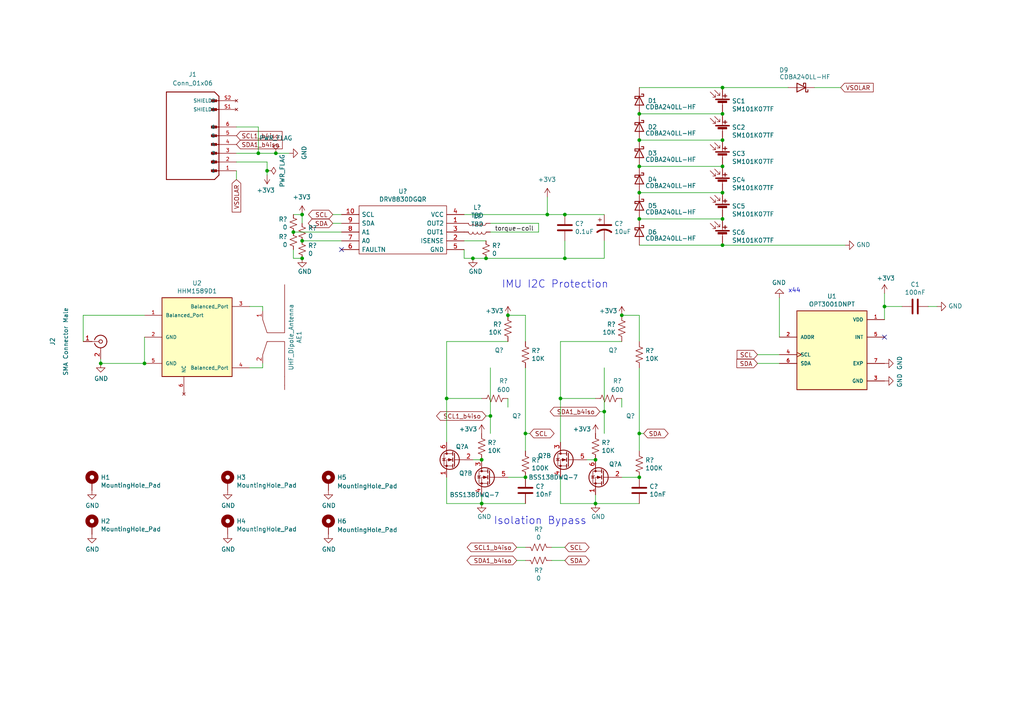
<source format=kicad_sch>
(kicad_sch (version 20211123) (generator eeschema)
  (paper "A4")
  (lib_symbols
    (symbol "Connector:Conn_Coaxial" (pin_names (offset 1.016) hide)
      (property "Reference" "J" (at 0.254 3.048 0))
      (property "Value" "Connector_Conn_Coaxial" (at 2.921 0 90))
      (symbol "Conn_Coaxial_0_1"
        (arc (start -1.778 -0.508) (mid 0.222 -1.808) (end 1.778 0) (stroke (width 0.254)))
        (polyline (pts (xy -2.54 0) (xy -0.508 0)))
        (polyline (pts (xy 0 -2.54) (xy 0 -1.778)))
        (circle (center 0 0) (radius 0.508) (stroke (width 0.2032)))
        (arc (start 1.778 0) (mid 0.2221 1.8083) (end -1.778 0.508) (stroke (width 0.254)))
      )
      (symbol "Conn_Coaxial_1_1"
        (pin passive line (at -5.08 0 0) (length 2.54) (name "In") (number "1"))
        (pin passive line (at 0 -5.08 90) (length 2.54) (name "Ext") (number "2"))
      )
    )
    (symbol "Device:C" (pin_numbers hide) (pin_names (offset 0.254))
      (property "Reference" "C" (at 0.635 2.54 0))
      (property "Value" "Device_C" (at 0.635 -2.54 0))
      (symbol "C_0_1"
        (polyline (pts (xy -2.032 -0.762) (xy 2.032 -0.762)) (stroke (width 0.508)))
        (polyline (pts (xy -2.032 0.762) (xy 2.032 0.762)) (stroke (width 0.508)))
      )
      (symbol "C_1_1"
        (pin passive line (at 0 3.81 270) (length 2.794) (name "~") (number "1"))
        (pin passive line (at 0 -3.81 90) (length 2.794) (name "~") (number "2"))
      )
    )
    (symbol "Device:CP1" (pin_numbers hide) (pin_names (offset 0.254) hide)
      (property "Reference" "C" (at 0.635 2.54 0))
      (property "Value" "Device_CP1" (at 0.635 -2.54 0))
      (symbol "CP1_0_1"
        (polyline (pts (xy -2.032 0.762) (xy 2.032 0.762)) (stroke (width 0.508)))
        (polyline (pts (xy -1.778 2.286) (xy -0.762 2.286)))
        (polyline (pts (xy -1.27 1.778) (xy -1.27 2.794)))
        (arc (start 2.032 -1.27) (mid 0 -0.5572) (end -2.032 -1.27) (stroke (width 0.508)))
      )
      (symbol "CP1_1_1"
        (pin passive line (at 0 3.81 270) (length 2.794) (name "~") (number "1"))
        (pin passive line (at 0 -3.81 90) (length 3.302) (name "~") (number "2"))
      )
    )
    (symbol "Device:D_Schottky" (pin_numbers hide) (pin_names (offset 1.016) hide)
      (property "Reference" "D" (at 0 2.54 0))
      (property "Value" "Device_D_Schottky" (at 0 -2.54 0))
      (symbol "D_Schottky_0_1"
        (polyline (pts (xy 1.27 0) (xy -1.27 0)))
        (polyline (pts (xy 1.27 1.27) (xy 1.27 -1.27) (xy -1.27 0) (xy 1.27 1.27)) (stroke (width 0.254)))
        (polyline (pts (xy -1.905 0.635) (xy -1.905 1.27) (xy -1.27 1.27) (xy -1.27 -1.27) (xy -0.635 -1.27) (xy -0.635 -0.635)) (stroke (width 0.254)))
      )
      (symbol "D_Schottky_1_1"
        (pin passive line (at -3.81 0 0) (length 2.54) (name "K") (number "1"))
        (pin passive line (at 3.81 0 180) (length 2.54) (name "A") (number "2"))
      )
    )
    (symbol "Device:L" (pin_numbers hide) (pin_names (offset 1.016) hide)
      (property "Reference" "L" (at -1.27 0 90))
      (property "Value" "L" (at 1.905 0 90))
      (symbol "L_0_1"
        (arc (start 0 -2.54) (mid 0.635 -1.905) (end 0 -1.27))
        (arc (start 0 -1.27) (mid 0.635 -0.635) (end 0 0))
        (arc (start 0 0) (mid 0.635 0.635) (end 0 1.27))
        (arc (start 0 1.27) (mid 0.635 1.905) (end 0 2.54))
      )
      (symbol "L_1_1"
        (pin passive line (at 0 3.81 270) (length 1.27) (name "1") (number "1"))
        (pin passive line (at 0 -3.81 90) (length 1.27) (name "2") (number "2"))
      )
    )
    (symbol "Device:R_Small_US" (pin_numbers hide) (pin_names (offset 0.254) hide)
      (property "Reference" "R" (at 0.762 0.508 0))
      (property "Value" "R_Small_US" (at 0.762 -1.016 0))
      (symbol "R_Small_US_1_1"
        (polyline (pts (xy 0 0) (xy 1.016 -0.381) (xy 0 -0.762) (xy -1.016 -1.143) (xy 0 -1.524)))
        (polyline (pts (xy 0 1.524) (xy 1.016 1.143) (xy 0 0.762) (xy -1.016 0.381) (xy 0 0)))
        (pin passive line (at 0 2.54 270) (length 1.016) (name "~") (number "1"))
        (pin passive line (at 0 -2.54 90) (length 1.016) (name "~") (number "2"))
      )
    )
    (symbol "Device:R_US" (pin_numbers hide) (pin_names (offset 0))
      (property "Reference" "R" (at 2.54 0 90))
      (property "Value" "Device_R_US" (at -2.54 0 90))
      (symbol "R_US_0_1"
        (polyline (pts (xy 0 -2.286) (xy 0 -2.54)))
        (polyline (pts (xy 0 2.286) (xy 0 2.54)))
        (polyline (pts (xy 0 -0.762) (xy 1.016 -1.143) (xy 0 -1.524) (xy -1.016 -1.905) (xy 0 -2.286)))
        (polyline (pts (xy 0 0.762) (xy 1.016 0.381) (xy 0 0) (xy -1.016 -0.381) (xy 0 -0.762)))
        (polyline (pts (xy 0 2.286) (xy 1.016 1.905) (xy 0 1.524) (xy -1.016 1.143) (xy 0 0.762)))
      )
      (symbol "R_US_1_1"
        (pin passive line (at 0 3.81 270) (length 1.27) (name "~") (number "1"))
        (pin passive line (at 0 -3.81 90) (length 1.27) (name "~") (number "2"))
      )
    )
    (symbol "Device:Solar_Cell" (pin_numbers hide) (pin_names (offset 0) hide)
      (property "Reference" "SC" (at 2.54 2.54 0))
      (property "Value" "Device_Solar_Cell" (at 2.54 0 0))
      (symbol "Solar_Cell_0_1"
        (rectangle (start -2.032 1.778) (end 2.032 1.524) (fill (type outline)))
        (rectangle (start -1.3208 1.1938) (end 1.27 0.6858) (fill (type outline)))
        (polyline (pts (xy -2.032 2.286) (xy -3.556 3.81)))
        (polyline (pts (xy -0.762 2.794) (xy -2.286 4.318)))
        (polyline (pts (xy 0 0.762) (xy 0 0)))
        (polyline (pts (xy 0 1.778) (xy 0 2.54)))
        (polyline (pts (xy 0.254 2.667) (xy 1.27 2.667)) (stroke (width 0.254)))
        (polyline (pts (xy 0.762 3.175) (xy 0.762 2.159)) (stroke (width 0.254)))
        (polyline (pts (xy -2.032 3.048) (xy -2.032 2.286) (xy -2.794 2.286)))
        (polyline (pts (xy -0.762 3.556) (xy -0.762 2.794) (xy -1.524 2.794)))
      )
      (symbol "Solar_Cell_1_1"
        (pin passive line (at 0 5.08 270) (length 2.54) (name "+") (number "1"))
        (pin passive line (at 0 -2.54 90) (length 2.54) (name "-") (number "2"))
      )
    )
    (symbol "Mechanical:MountingHole_Pad" (pin_numbers hide) (pin_names (offset 1.016) hide)
      (property "Reference" "H" (at 0 6.35 0))
      (property "Value" "Mechanical_MountingHole_Pad" (at 0 4.445 0))
      (symbol "MountingHole_Pad_0_1"
        (circle (center 0 1.27) (radius 1.27) (stroke (width 1.27)))
      )
      (symbol "MountingHole_Pad_1_1"
        (pin input line (at 0 -2.54 90) (length 2.54) (name "1") (number "1"))
      )
    )
    (symbol "power:+3.3V" (power) (pin_names (offset 0))
      (property "Value" "power_+3.3V" (at 0 3.556 0))
      (symbol "+3.3V_0_1"
        (polyline (pts (xy -0.762 1.27) (xy 0 2.54)))
        (polyline (pts (xy 0 0) (xy 0 2.54)))
        (polyline (pts (xy 0 2.54) (xy 0.762 1.27)))
      )
      (symbol "+3.3V_1_1"
        (pin power_in line (at 0 0 90) (length 0) hide (name "+3V3") (number "1"))
      )
    )
    (symbol "power:GND" (power) (pin_names (offset 0))
      (property "Value" "power_GND" (at 0 -3.81 0))
      (symbol "GND_0_1"
        (polyline (pts (xy 0 0) (xy 0 -1.27) (xy 1.27 -1.27) (xy 0 -2.54) (xy -1.27 -1.27) (xy 0 -1.27)))
      )
      (symbol "GND_1_1"
        (pin power_in line (at 0 0 270) (length 0) hide (name "GND") (number "1"))
      )
    )
    (symbol "power:PWR_FLAG" (power) (pin_numbers hide) (pin_names (offset 0) hide)
      (property "Value" "power_PWR_FLAG" (at 0 3.81 0))
      (symbol "PWR_FLAG_0_0"
        (pin power_out line (at 0 0 90) (length 0) (name "pwr") (number "1"))
      )
      (symbol "PWR_FLAG_0_1"
        (polyline (pts (xy 0 0) (xy 0 1.27) (xy -1.016 1.905) (xy 0 2.54) (xy 1.016 1.905) (xy 0 1.27)))
      )
    )
    (symbol "sapling:2053380006" (pin_names (offset 1.016))
      (property "Reference" "J" (at -7.62 13.97 0))
      (property "Value" "sapling_2053380006" (at -7.62 -15.24 0))
      (symbol "2053380006_0_0"
        (rectangle (start -6.985 -10.4648) (end -5.3848 -9.8298) (fill (type outline)))
        (rectangle (start -6.985 -7.9248) (end -5.3848 -7.2898) (fill (type outline)))
        (rectangle (start -6.985 -2.8448) (end -5.3848 -2.2098) (fill (type outline)))
        (rectangle (start -6.985 -0.3048) (end -5.3848 0.3048) (fill (type outline)))
        (rectangle (start -6.985 2.2098) (end -5.3848 2.8448) (fill (type outline)))
        (rectangle (start -6.985 4.7498) (end -5.3848 5.3848) (fill (type outline)))
        (rectangle (start -6.985 7.2898) (end -5.3848 7.9248) (fill (type outline)))
        (rectangle (start -6.985 9.8298) (end -5.3848 10.4648) (fill (type outline)))
        (polyline (pts (xy -7.62 -11.43) (xy -6.35 -12.7)) (stroke (width 0.254)))
        (polyline (pts (xy -7.62 -10.16) (xy -5.715 -10.16)) (stroke (width 0.254)))
        (polyline (pts (xy -7.62 -7.62) (xy -5.715 -7.62)) (stroke (width 0.254)))
        (polyline (pts (xy -7.62 -2.54) (xy -7.62 -11.43)) (stroke (width 0.254)))
        (polyline (pts (xy -7.62 -2.54) (xy -5.715 -2.54)) (stroke (width 0.254)))
        (polyline (pts (xy -7.62 0) (xy -7.62 -2.54)) (stroke (width 0.254)))
        (polyline (pts (xy -7.62 0) (xy -5.715 0)) (stroke (width 0.254)))
        (polyline (pts (xy -7.62 2.54) (xy -7.62 0)) (stroke (width 0.254)))
        (polyline (pts (xy -7.62 2.54) (xy -5.715 2.54)) (stroke (width 0.254)))
        (polyline (pts (xy -7.62 5.08) (xy -7.62 2.54)) (stroke (width 0.254)))
        (polyline (pts (xy -7.62 5.08) (xy -5.715 5.08)) (stroke (width 0.254)))
        (polyline (pts (xy -7.62 7.62) (xy -5.715 7.62)) (stroke (width 0.254)))
        (polyline (pts (xy -7.62 10.16) (xy -5.715 10.16)) (stroke (width 0.254)))
        (polyline (pts (xy -7.62 11.43) (xy -7.62 5.08)) (stroke (width 0.254)))
        (polyline (pts (xy -7.62 11.43) (xy -6.35 12.7)) (stroke (width 0.254)))
        (polyline (pts (xy -6.35 -12.7) (xy 7.62 -12.7)) (stroke (width 0.254)))
        (polyline (pts (xy 7.62 -12.7) (xy 7.62 12.7)) (stroke (width 0.254)))
        (polyline (pts (xy 7.62 12.7) (xy -6.35 12.7)) (stroke (width 0.254)))
        (pin passive line (at -12.7 10.16 0) (length 5.08) (name "1") (number "1"))
        (pin passive line (at -12.7 7.62 0) (length 5.08) (name "2") (number "2"))
        (pin passive line (at -12.7 5.08 0) (length 5.08) (name "3") (number "3"))
        (pin passive line (at -12.7 2.54 0) (length 5.08) (name "4") (number "4"))
        (pin passive line (at -12.7 0 0) (length 5.08) (name "5") (number "5"))
        (pin passive line (at -12.7 -2.54 0) (length 5.08) (name "6") (number "6"))
        (pin no_connect line (at -12.7 -7.62 0) (length 5.08) (name "SHIELD1") (number "S1"))
        (pin no_connect line (at -12.7 -10.16 0) (length 5.08) (name "SHIELD2") (number "S2"))
      )
    )
    (symbol "sapling:HHM1589D1" (pin_names (offset 1.016))
      (property "Reference" "U" (at 0 0 0))
      (property "Value" "sapling_HHM1589D1" (at 0 2.54 0))
      (symbol "HHM1589D1_1_1"
        (rectangle (start -10.16 -25.4) (end 10.16 -2.54) (stroke (width 0.254)) (fill (type background)))
        (pin bidirectional line (at -15.24 -7.62 0) (length 5.08) (name "Balanced_Port") (number "1"))
        (pin power_in line (at -15.24 -13.97 0) (length 5.08) (name "GND") (number "2"))
        (pin bidirectional line (at 15.24 -5.08 180) (length 5.08) (name "Balanced_Port") (number "3"))
        (pin bidirectional line (at 15.24 -22.86 180) (length 5.08) (name "Balanced_Port") (number "4"))
        (pin power_in line (at -15.24 -21.59 0) (length 5.08) (name "GND") (number "5"))
        (pin no_connect line (at -3.81 -30.48 90) (length 5.08) (name "NC") (number "6"))
      )
    )
    (symbol "sapling:OPT3001DNPT" (pin_names (offset 1.016))
      (property "Reference" "U" (at -10.16 13.97 0))
      (property "Value" "sapling_OPT3001DNPT" (at -6.35 -12.7 0))
      (symbol "OPT3001DNPT_0_0"
        (rectangle (start -10.16 -10.16) (end 10.16 12.7) (stroke (width 0.254)) (fill (type background)))
        (pin power_in line (at 15.24 10.16 180) (length 5.08) (name "VDD") (number "1"))
        (pin input line (at -15.24 5.08 0) (length 5.08) (name "ADDR") (number "2"))
        (pin power_in line (at 15.24 -7.62 180) (length 5.08) (name "GND") (number "3"))
        (pin input clock (at -15.24 0 0) (length 5.08) (name "SCL") (number "4"))
        (pin output line (at 15.24 5.08 180) (length 5.08) (name "INT") (number "5"))
        (pin bidirectional line (at -15.24 -2.54 0) (length 5.08) (name "SDA") (number "6"))
        (pin passive line (at 15.24 -2.54 180) (length 5.08) (name "EXP") (number "7"))
      )
    )
    (symbol "sapling:UHF_Dipole_Antenna" (pin_names (offset 1.016))
      (property "Reference" "AE" (at 0 2.54 0))
      (property "Value" "sapling_UHF_Dipole_Antenna" (at 0 5.08 0))
      (symbol "UHF_Dipole_Antenna_0_1"
        (polyline (pts (xy 1.27 -3.81) (xy 5.08 -5.08)))
        (polyline (pts (xy 11.43 1.27) (xy 13.97 1.27)))
        (polyline (pts (xy 13.97 1.27) (xy 15.24 1.27)))
        (polyline (pts (xy 1.27 -3.81) (xy 1.27 1.27) (xy 11.43 1.27)))
        (polyline (pts (xy -15.24 1.27) (xy -1.27 1.27) (xy -1.27 -3.81) (xy -5.08 -5.08)))
      )
      (symbol "UHF_Dipole_Antenna_1_1"
        (pin passive line (at -7.62 -5.08 0) (length 2.54) (name "~") (number "1"))
        (pin passive line (at 7.62 -5.08 180) (length 2.54) (name "~") (number "2"))
      )
    )
    (symbol "symbols:BSS138DWQ-7" (pin_names (offset 0.762) hide)
      (property "Reference" "Q" (at -2.54 5.08 0))
      (property "Value" "symbols_BSS138DWQ-7" (at 3.81 6.35 0))
      (symbol "BSS138DWQ-7_1_1"
        (polyline (pts (xy -1.016 0) (xy -3.81 0)))
        (polyline (pts (xy -1.016 1.905) (xy -1.016 -1.905)) (stroke (width 0.254)))
        (polyline (pts (xy -0.508 -1.27) (xy -0.508 -2.286)) (stroke (width 0.254)))
        (polyline (pts (xy -0.508 0.508) (xy -0.508 -0.508)) (stroke (width 0.254)))
        (polyline (pts (xy -0.508 2.286) (xy -0.508 1.27)) (stroke (width 0.254)))
        (polyline (pts (xy 1.27 2.54) (xy 1.27 1.778)))
        (polyline (pts (xy 1.27 -2.54) (xy 1.27 0) (xy -0.508 0)))
        (polyline (pts (xy -0.508 -1.778) (xy 2.032 -1.778) (xy 2.032 1.778) (xy -0.508 1.778)))
        (polyline (pts (xy -0.254 0) (xy 0.762 0.381) (xy 0.762 -0.381) (xy -0.254 0)) (fill (type outline)))
        (polyline (pts (xy 1.524 0.508) (xy 1.651 0.381) (xy 2.413 0.381) (xy 2.54 0.254)))
        (polyline (pts (xy 2.032 0.381) (xy 1.651 -0.254) (xy 2.413 -0.254) (xy 2.032 0.381)))
        (circle (center 0.381 0) (radius 2.794) (stroke (width 0.254)))
        (circle (center 1.27 -1.778) (radius 0.254) (fill (type outline)))
        (circle (center 1.27 1.778) (radius 0.254) (fill (type outline)))
        (pin passive line (at 1.27 -5.08 90) (length 2.54) (name "S2") (number "1"))
        (pin input line (at -6.35 0 0) (length 2.54) (name "G2") (number "2"))
        (pin passive line (at 1.27 5.08 270) (length 2.54) (name "D1") (number "6"))
      )
      (symbol "BSS138DWQ-7_2_1"
        (polyline (pts (xy -1.016 0) (xy -3.81 0)))
        (polyline (pts (xy -1.016 1.905) (xy -1.016 -1.905)) (stroke (width 0.254)))
        (polyline (pts (xy -0.508 -1.27) (xy -0.508 -2.286)) (stroke (width 0.254)))
        (polyline (pts (xy -0.508 0.508) (xy -0.508 -0.508)) (stroke (width 0.254)))
        (polyline (pts (xy -0.508 2.286) (xy -0.508 1.27)) (stroke (width 0.254)))
        (polyline (pts (xy 1.27 2.54) (xy 1.27 1.778)))
        (polyline (pts (xy 1.27 -2.54) (xy 1.27 0) (xy -0.508 0)))
        (polyline (pts (xy -0.508 -1.778) (xy 2.032 -1.778) (xy 2.032 1.778) (xy -0.508 1.778)))
        (polyline (pts (xy -0.254 0) (xy 0.762 0.381) (xy 0.762 -0.381) (xy -0.254 0)) (fill (type outline)))
        (polyline (pts (xy 1.524 0.508) (xy 1.651 0.381) (xy 2.413 0.381) (xy 2.54 0.254)))
        (polyline (pts (xy 2.032 0.381) (xy 1.651 -0.254) (xy 2.413 -0.254) (xy 2.032 0.381)))
        (circle (center 0.381 0) (radius 2.794) (stroke (width 0.254)))
        (circle (center 1.27 -1.778) (radius 0.254) (fill (type outline)))
        (circle (center 1.27 1.778) (radius 0.254) (fill (type outline)))
        (pin passive line (at 1.27 5.08 270) (length 2.54) (name "D2") (number "3"))
        (pin passive line (at 1.27 -5.08 90) (length 2.54) (name "S1") (number "4"))
        (pin input line (at -6.35 0 0) (length 2.54) (name "G1") (number "5"))
      )
    )
    (symbol "xpanel-rescue:DRV8830DGQR-symbols" (pin_names (offset 0.762))
      (property "Reference" "U" (at 0 10.16 0))
      (property "Value" "DRV8830DGQR-symbols" (at -7.62 -7.62 0))
      (symbol "DRV8830DGQR-symbols_0_0"
        (pin output line (at -17.78 2.54 0) (length 5.08) (name "OUT2") (number "1"))
        (pin unspecified line (at 17.78 5.08 180) (length 5.08) (name "SCL") (number "10"))
        (pin unspecified line (at -17.78 -5.08 0) (length 5.08) hide (name "EP") (number "11"))
        (pin unspecified line (at -17.78 -2.54 0) (length 5.08) (name "ISENSE") (number "2"))
        (pin output line (at -17.78 0 0) (length 5.08) (name "OUT1") (number "3"))
        (pin power_in line (at -17.78 5.08 0) (length 5.08) (name "VCC") (number "4"))
        (pin power_in line (at -17.78 -5.08 0) (length 5.08) (name "GND") (number "5"))
        (pin unspecified line (at 17.78 -5.08 180) (length 5.08) (name "FAULTN") (number "6"))
        (pin unspecified line (at 17.78 -2.54 180) (length 5.08) (name "A0") (number "7"))
        (pin unspecified line (at 17.78 0 180) (length 5.08) (name "A1") (number "8"))
        (pin unspecified line (at 17.78 2.54 180) (length 5.08) (name "SDA") (number "9"))
      )
      (symbol "DRV8830DGQR-symbols_0_1"
        (rectangle (start -12.7 7.62) (end 12.7 -6.35))
      )
    )
  )
  (junction (at 87.63 69.85))
  (junction (at 209.55 25.4))
  (junction (at 140.97 74.93))
  (junction (at 87.63 74.93))
  (junction (at 147.32 91.44))
  (junction (at 163.83 74.93))
  (junction (at 180.34 91.44))
  (junction (at 209.55 71.12))
  (junction (at 185.42 55.88))
  (junction (at 209.55 48.26))
  (junction (at 163.83 62.23))
  (junction (at 209.55 40.64))
  (junction (at 74.93 44.45))
  (junction (at 29.21 105.41))
  (junction (at 129.54 115.57))
  (junction (at 256.54 88.9))
  (junction (at 209.55 55.88))
  (junction (at 139.7 133.35))
  (junction (at 209.55 33.02))
  (junction (at 185.42 138.43))
  (junction (at 158.75 62.23))
  (junction (at 185.42 33.02))
  (junction (at 85.09 67.31))
  (junction (at 185.42 63.5))
  (junction (at 152.4 138.43))
  (junction (at 185.42 48.26))
  (junction (at 142.24 120.65))
  (junction (at 87.63 62.23))
  (junction (at 139.7 146.05))
  (junction (at 41.91 105.41))
  (junction (at 185.42 125.73))
  (junction (at 137.16 74.93))
  (junction (at 162.56 115.57))
  (junction (at 175.26 119.38))
  (junction (at 185.42 40.64))
  (junction (at 172.72 146.05))
  (junction (at 152.4 125.73))
  (junction (at 80.01 44.45))
  (junction (at 172.72 133.35))
  (junction (at 77.47 49.53))
  (junction (at 209.55 63.5))
  (no_connect (at 99.06 72.39))
  (no_connect (at 256.54 97.79))
  (wire (pts (xy 142.24 64.77) (xy 156.21 64.77)))
  (wire (pts (xy 152.4 162.56) (xy 149.86 162.56)))
  (wire (pts (xy 185.42 99.06) (xy 185.42 91.44)))
  (wire (pts (xy 68.58 49.53) (xy 68.58 52.07)))
  (wire (pts (xy 85.09 74.93) (xy 87.63 74.93)))
  (wire (pts (xy 87.63 64.77) (xy 87.63 62.23)))
  (wire (pts (xy 163.83 62.23) (xy 175.26 62.23)))
  (wire (pts (xy 185.42 106.68) (xy 185.42 125.73)))
  (wire (pts (xy 68.58 36.83) (xy 74.93 36.83)))
  (wire (pts (xy 185.42 63.5) (xy 209.55 63.5)))
  (wire (pts (xy 72.39 106.68) (xy 76.2 106.68)))
  (wire (pts (xy 156.21 67.31) (xy 142.24 67.31)))
  (wire (pts (xy 173.99 119.38) (xy 175.26 119.38)))
  (wire (pts (xy 139.7 146.05) (xy 152.4 146.05)))
  (wire (pts (xy 140.97 69.85) (xy 134.62 69.85)))
  (wire (pts (xy 140.97 120.65) (xy 142.24 120.65)))
  (wire (pts (xy 163.83 69.85) (xy 163.83 74.93)))
  (wire (pts (xy 152.4 106.68) (xy 152.4 125.73)))
  (wire (pts (xy 76.2 106.68) (xy 76.2 105.41)))
  (wire (pts (xy 163.83 162.56) (xy 160.02 162.56)))
  (wire (pts (xy 209.55 71.12) (xy 245.11 71.12)))
  (wire (pts (xy 226.06 97.79) (xy 226.06 86.36)))
  (wire (pts (xy 180.34 138.43) (xy 185.42 138.43)))
  (wire (pts (xy 185.42 33.02) (xy 209.55 33.02)))
  (wire (pts (xy 162.56 128.27) (xy 162.56 115.57)))
  (wire (pts (xy 172.72 133.35) (xy 170.18 133.35)))
  (wire (pts (xy 152.4 91.44) (xy 147.32 91.44)))
  (wire (pts (xy 175.26 119.38) (xy 175.26 125.73)))
  (wire (pts (xy 153.67 125.73) (xy 152.4 125.73)))
  (wire (pts (xy 134.62 62.23) (xy 158.75 62.23)))
  (wire (pts (xy 152.4 158.75) (xy 149.86 158.75)))
  (wire (pts (xy 185.42 55.88) (xy 209.55 55.88)))
  (wire (pts (xy 139.7 115.57) (xy 129.54 115.57)))
  (wire (pts (xy 96.52 64.77) (xy 99.06 64.77)))
  (wire (pts (xy 41.91 91.44) (xy 24.13 91.44)))
  (wire (pts (xy 129.54 128.27) (xy 129.54 115.57)))
  (wire (pts (xy 77.47 49.53) (xy 77.47 50.8)))
  (wire (pts (xy 142.24 106.68) (xy 142.24 120.65)))
  (wire (pts (xy 152.4 99.06) (xy 152.4 91.44)))
  (wire (pts (xy 156.21 64.77) (xy 156.21 67.31)))
  (wire (pts (xy 96.52 62.23) (xy 99.06 62.23)))
  (wire (pts (xy 180.34 118.11) (xy 180.34 115.57)))
  (wire (pts (xy 137.16 74.93) (xy 140.97 74.93)))
  (wire (pts (xy 162.56 138.43) (xy 162.56 146.05)))
  (wire (pts (xy 158.75 57.15) (xy 158.75 62.23)))
  (wire (pts (xy 185.42 40.64) (xy 209.55 40.64)))
  (wire (pts (xy 74.93 36.83) (xy 74.93 44.45)))
  (wire (pts (xy 85.09 72.39) (xy 85.09 74.93)))
  (wire (pts (xy 269.24 88.9) (xy 271.78 88.9)))
  (wire (pts (xy 163.83 158.75) (xy 160.02 158.75)))
  (wire (pts (xy 41.91 105.41) (xy 41.91 97.79)))
  (wire (pts (xy 185.42 25.4) (xy 209.55 25.4)))
  (wire (pts (xy 162.56 115.57) (xy 162.56 99.06)))
  (wire (pts (xy 24.13 99.06) (xy 24.13 91.44)))
  (wire (pts (xy 129.54 138.43) (xy 129.54 146.05)))
  (wire (pts (xy 175.26 106.68) (xy 175.26 119.38)))
  (wire (pts (xy 99.06 69.85) (xy 87.63 69.85)))
  (wire (pts (xy 68.58 46.99) (xy 77.47 46.99)))
  (wire (pts (xy 68.58 44.45) (xy 74.93 44.45)))
  (wire (pts (xy 129.54 99.06) (xy 147.32 99.06)))
  (wire (pts (xy 80.01 44.45) (xy 83.82 44.45)))
  (wire (pts (xy 129.54 146.05) (xy 139.7 146.05)))
  (wire (pts (xy 85.09 67.31) (xy 99.06 67.31)))
  (wire (pts (xy 147.32 118.11) (xy 147.32 115.57)))
  (wire (pts (xy 185.42 71.12) (xy 209.55 71.12)))
  (wire (pts (xy 162.56 99.06) (xy 180.34 99.06)))
  (wire (pts (xy 29.21 104.14) (xy 29.21 105.41)))
  (wire (pts (xy 256.54 88.9) (xy 256.54 85.09)))
  (wire (pts (xy 236.22 25.4) (xy 243.84 25.4)))
  (wire (pts (xy 139.7 133.35) (xy 137.16 133.35)))
  (wire (pts (xy 172.72 115.57) (xy 162.56 115.57)))
  (wire (pts (xy 134.62 72.39) (xy 134.62 74.93)))
  (wire (pts (xy 185.42 91.44) (xy 180.34 91.44)))
  (wire (pts (xy 142.24 120.65) (xy 142.24 125.73)))
  (wire (pts (xy 175.26 74.93) (xy 163.83 74.93)))
  (wire (pts (xy 256.54 92.71) (xy 256.54 88.9)))
  (wire (pts (xy 29.21 105.41) (xy 41.91 105.41)))
  (wire (pts (xy 261.62 88.9) (xy 256.54 88.9)))
  (wire (pts (xy 152.4 130.81) (xy 152.4 125.73)))
  (wire (pts (xy 185.42 48.26) (xy 209.55 48.26)))
  (wire (pts (xy 219.71 105.41) (xy 226.06 105.41)))
  (wire (pts (xy 76.2 88.9) (xy 76.2 90.17)))
  (wire (pts (xy 175.26 69.85) (xy 175.26 74.93)))
  (wire (pts (xy 158.75 62.23) (xy 163.83 62.23)))
  (wire (pts (xy 185.42 130.81) (xy 185.42 125.73)))
  (wire (pts (xy 147.32 138.43) (xy 152.4 138.43)))
  (wire (pts (xy 228.6 25.4) (xy 209.55 25.4)))
  (wire (pts (xy 74.93 44.45) (xy 80.01 44.45)))
  (wire (pts (xy 186.69 125.73) (xy 185.42 125.73)))
  (wire (pts (xy 72.39 88.9) (xy 76.2 88.9)))
  (wire (pts (xy 172.72 146.05) (xy 172.72 143.51)))
  (wire (pts (xy 134.62 74.93) (xy 137.16 74.93)))
  (wire (pts (xy 185.42 146.05) (xy 172.72 146.05)))
  (wire (pts (xy 77.47 46.99) (xy 77.47 49.53)))
  (wire (pts (xy 87.63 62.23) (xy 85.09 62.23)))
  (wire (pts (xy 163.83 74.93) (xy 140.97 74.93)))
  (wire (pts (xy 162.56 146.05) (xy 172.72 146.05)))
  (wire (pts (xy 139.7 146.05) (xy 139.7 143.51)))
  (wire (pts (xy 219.71 102.87) (xy 226.06 102.87)))
  (wire (pts (xy 129.54 99.06) (xy 129.54 115.57)))
  (text "IMU I2C Protection" (at 176.53 83.82 180) (effects (font (size 2.159 2.159)) (justify right bottom)))
  (text "Isolation Bypass" (at 170.18 152.4 180) (effects (font (size 2.159 2.159)) (justify right bottom)))
  (text "x44" (at 228.6 85.09 0) (effects (font (size 1.27 1.27)) (justify left bottom)))
  (label "torque-coil" (at 143.51 67.31 0))
  (global_label "SDA" (shape bidirectional) (at 163.83 162.56 0) (property "Intersheet References" "${INTERSHEET_REFS}" (effects hide)))
  (global_label "SCL1_b4iso" (shape bidirectional) (at 140.97 120.65 180) (property "Intersheet References" "${INTERSHEET_REFS}" (effects hide)))
  (global_label "SDA" (shape bidirectional) (at 96.52 64.77 180) (property "Intersheet References" "${INTERSHEET_REFS}" (effects hide)))
  (global_label "SCL1_b4iso" (shape input) (at 68.58 39.37 0) (property "Intersheet References" "${INTERSHEET_REFS}" (effects hide)))
  (global_label "VSOLAR" (shape input) (at 68.58 52.07 270) (property "Intersheet References" "${INTERSHEET_REFS}" (effects hide)))
  (global_label "SDA1_b4iso" (shape bidirectional) (at 173.99 119.38 180) (property "Intersheet References" "${INTERSHEET_REFS}" (effects hide)))
  (global_label "SDA1_b4iso" (shape input) (at 68.58 41.91 0) (property "Intersheet References" "${INTERSHEET_REFS}" (effects hide)))
  (global_label "SCL" (shape input) (at 219.71 102.87 180) (property "Intersheet References" "${INTERSHEET_REFS}" (effects hide)))
  (global_label "SDA" (shape bidirectional) (at 186.69 125.73 0) (property "Intersheet References" "${INTERSHEET_REFS}" (effects hide)))
  (global_label "SCL" (shape bidirectional) (at 163.83 158.75 0) (property "Intersheet References" "${INTERSHEET_REFS}" (effects hide)))
  (global_label "SCL" (shape bidirectional) (at 153.67 125.73 0) (property "Intersheet References" "${INTERSHEET_REFS}" (effects hide)))
  (global_label "SCL1_b4iso" (shape bidirectional) (at 149.86 158.75 180) (property "Intersheet References" "${INTERSHEET_REFS}" (effects hide)))
  (global_label "SDA" (shape input) (at 219.71 105.41 180) (property "Intersheet References" "${INTERSHEET_REFS}" (effects hide)))
  (global_label "SCL" (shape bidirectional) (at 96.52 62.23 180) (property "Intersheet References" "${INTERSHEET_REFS}" (effects hide)))
  (global_label "VSOLAR" (shape input) (at 243.84 25.4 0) (property "Intersheet References" "${INTERSHEET_REFS}" (effects hide)))
  (global_label "SDA1_b4iso" (shape bidirectional) (at 149.86 162.56 180) (property "Intersheet References" "${INTERSHEET_REFS}" (effects hide)))
  (symbol (lib_id "Device:D_Schottky") (at 185.42 29.21 270) (unit 1)
    (property "Reference" "D1" (at 189.23 29.21 90))
    (property "Value" "CDBA240LL-HF" (at 201.93 31.75 90) (effects (justify right bottom)))
    (property "Footprint" "sapling:DO-214AC" (effects hide))
  )
  (symbol (lib_id "Device:D_Schottky") (at 232.41 25.4 180) (unit 1)
    (property "Reference" "D9" (at 227.33 20.32 0))
    (property "Value" "CDBA240LL-HF" (at 226.06 21.59 0) (effects (justify right bottom)))
    (property "Footprint" "sapling:DO-214AC" (effects hide))
  )
  (symbol (lib_id "Device:D_Schottky") (at 185.42 36.83 270) (unit 1)
    (property "Reference" "D2" (at 189.23 36.83 90))
    (property "Value" "CDBA240LL-HF" (at 201.93 39.37 90) (effects (justify right bottom)))
    (property "Footprint" "sapling:DO-214AC" (effects hide))
  )
  (symbol (lib_id "Device:Solar_Cell") (at 209.55 38.1 0) (unit 1)
    (property "Reference" "SC2" (at 212.2932 36.9316 0) (effects (justify left)))
    (property "Value" "SM101K07TF" (at 212.2932 39.243 0) (effects (justify left)))
    (property "Footprint" "sapling:SM101K07TF" (effects hide))
  )
  (symbol (lib_id "Device:D_Schottky") (at 185.42 44.45 270) (unit 1)
    (property "Reference" "D3" (at 189.23 44.45 90))
    (property "Value" "CDBA240LL-HF" (at 201.93 46.99 90) (effects (justify right bottom)))
    (property "Footprint" "sapling:DO-214AC" (effects hide))
  )
  (symbol (lib_id "Device:Solar_Cell") (at 209.55 45.72 0) (unit 1)
    (property "Reference" "SC3" (at 212.2932 44.5516 0) (effects (justify left)))
    (property "Value" "SM101K07TF" (at 212.2932 46.863 0) (effects (justify left)))
    (property "Footprint" "sapling:SM101K07TF" (effects hide))
  )
  (symbol (lib_id "Device:D_Schottky") (at 185.42 52.07 270) (unit 1)
    (property "Reference" "D4" (at 189.23 52.07 90))
    (property "Value" "CDBA240LL-HF" (at 201.93 54.61 90) (effects (justify right bottom)))
    (property "Footprint" "sapling:DO-214AC" (effects hide))
  )
  (symbol (lib_id "Device:Solar_Cell") (at 209.55 53.34 0) (unit 1)
    (property "Reference" "SC4" (at 212.2932 52.1716 0) (effects (justify left)))
    (property "Value" "SM101K07TF" (at 212.2932 54.483 0) (effects (justify left)))
    (property "Footprint" "sapling:SM101K07TF" (effects hide))
  )
  (symbol (lib_id "sapling:OPT3001DNPT") (at 241.3 102.87 0) (unit 1)
    (property "Reference" "U1" (at 241.3 85.9282 0))
    (property "Value" "OPT3001DNPT" (at 241.3 88.2396 0))
    (property "Footprint" "sapling:OPT3001" (effects hide))
    (property "STANDARD" "IPC 7351B" (effects hide))
  )
  (symbol (lib_id "Device:C") (at 265.43 88.9 90) (unit 1)
    (property "Reference" "C1" (at 265.43 82.4992 90))
    (property "Value" "100nF" (at 265.43 84.8106 90))
    (property "Footprint" "Capacitor_SMD:C_0603_1608Metric" (effects hide))
  )
  (symbol (lib_id "power:GND") (at 256.54 105.41 90) (unit 1)
    (property "Reference" "#PWR0101" (effects hide))
    (property "Value" "GND" (at 260.9342 105.283 0))
  )
  (symbol (lib_id "Connector:Conn_Coaxial") (at 29.21 99.06 0) (unit 1)
    (property "Reference" "J2" (at 15.24 99.06 90))
    (property "Value" "SMA Connector Male" (at 19.05 99.06 90))
    (property "Footprint" "sapling:SMA_Amphenol_901-144_Vertical" (effects hide))
    (property "Datasheet" " ~" (effects hide))
  )
  (symbol (lib_id "sapling:UHF_Dipole_Antenna") (at 81.28 97.79 270) (unit 1)
    (property "Reference" "AE1" (at 86.741 97.79 0))
    (property "Value" "UHF_Dipole_Antenna" (at 84.4296 97.79 0))
    (property "Footprint" "sapling:UHF_Dipole_Antenna_Mount" (effects hide))
  )
  (symbol (lib_id "Device:Solar_Cell") (at 209.55 30.48 0) (unit 1)
    (property "Reference" "SC1" (at 212.2932 29.3116 0) (effects (justify left)))
    (property "Value" "SM101K07TF" (at 212.2932 31.623 0) (effects (justify left)))
    (property "Footprint" "sapling:SM101K07TF" (effects hide))
  )
  (symbol (lib_id "Device:D_Schottky") (at 185.42 59.69 270) (unit 1)
    (property "Reference" "D5" (at 189.23 59.69 90))
    (property "Value" "CDBA240LL-HF" (at 201.93 62.23 90) (effects (justify right bottom)))
    (property "Footprint" "sapling:DO-214AC" (effects hide))
  )
  (symbol (lib_id "Device:Solar_Cell") (at 209.55 60.96 0) (unit 1)
    (property "Reference" "SC5" (at 212.2932 59.7916 0) (effects (justify left)))
    (property "Value" "SM101K07TF" (at 212.2932 62.103 0) (effects (justify left)))
    (property "Footprint" "sapling:SM101K07TF" (effects hide))
  )
  (symbol (lib_id "Device:D_Schottky") (at 185.42 67.31 270) (unit 1)
    (property "Reference" "D6" (at 189.23 67.31 90))
    (property "Value" "CDBA240LL-HF" (at 201.93 69.85 90) (effects (justify right bottom)))
    (property "Footprint" "sapling:DO-214AC" (effects hide))
  )
  (symbol (lib_id "Device:Solar_Cell") (at 209.55 68.58 0) (unit 1)
    (property "Reference" "SC6" (at 212.2932 67.4116 0) (effects (justify left)))
    (property "Value" "SM101K07TF" (at 212.2932 69.723 0) (effects (justify left)))
    (property "Footprint" "sapling:SM101K07TF" (effects hide))
  )
  (symbol (lib_id "power:+3.3V") (at 256.54 85.09 0) (unit 1)
    (property "Reference" "#PWR0102" (effects hide))
    (property "Value" "+3.3V" (at 256.921 80.6958 0))
  )
  (symbol (lib_id "power:GND") (at 271.78 88.9 90) (unit 1)
    (property "Reference" "#PWR0103" (effects hide))
    (property "Value" "GND" (at 275.0312 88.773 90) (effects (justify right)))
  )
  (symbol (lib_id "power:GND") (at 226.06 86.36 180) (unit 1)
    (property "Reference" "#PWR0108" (effects hide))
    (property "Value" "GND" (at 225.933 81.9658 0))
  )
  (symbol (lib_id "power:GND") (at 245.11 71.12 90) (unit 1)
    (property "Reference" "#PWR0109" (effects hide))
    (property "Value" "GND" (at 248.3612 70.993 90) (effects (justify right)))
  )
  (symbol (lib_id "sapling:2053380006") (at 55.88 39.37 180) (unit 1)
    (property "Reference" "J1" (at 55.88 21.59 0))
    (property "Value" "Conn_01x06" (at 55.88 24.13 0))
    (property "Footprint" "sapling:MOLEX_2053380006" (effects hide))
  )
  (symbol (lib_id "power:GND") (at 83.82 44.45 90) (unit 1)
    (property "Reference" "#PWR0110" (effects hide))
    (property "Value" "GND" (at 88.2142 44.323 0))
  )
  (symbol (lib_id "power:+3.3V") (at 77.47 50.8 180) (unit 1)
    (property "Reference" "#PWR0111" (effects hide))
    (property "Value" "+3.3V" (at 77.089 55.1942 0))
  )
  (symbol (lib_id "power:GND") (at 256.54 110.49 90) (unit 1)
    (property "Reference" "#PWR0112" (effects hide))
    (property "Value" "GND" (at 260.9342 110.363 0))
  )
  (symbol (lib_id "power:PWR_FLAG") (at 77.47 49.53 270) (unit 1)
    (property "Reference" "#FLG0101" (effects hide))
    (property "Value" "PWR_FLAG" (at 81.8642 49.53 0))
  )
  (symbol (lib_id "power:PWR_FLAG") (at 80.01 44.45 0) (unit 1)
    (property "Reference" "#FLG0102" (effects hide))
    (property "Value" "PWR_FLAG" (at 80.01 40.0558 0))
  )
  (symbol (lib_id "sapling:HHM1589D1") (at 57.15 83.82 0) (unit 1)
    (property "Reference" "U2" (at 57.15 82.1182 0))
    (property "Value" "HHM1589D1" (at 57.15 84.4296 0))
    (property "Footprint" "RF_Converter:Balun_Johanson_5400BL15B050E" (effects hide))
  )
  (symbol (lib_id "Mechanical:MountingHole_Pad") (at 26.67 139.7 0) (unit 1)
    (property "Reference" "H1" (at 29.21 138.4554 0) (effects (justify left)))
    (property "Value" "MountingHole_Pad" (at 29.21 140.7668 0) (effects (justify left)))
    (property "Footprint" "MountingHole:MountingHole_3.2mm_M3_DIN965_Pad_TopBottom" (effects hide))
  )
  (symbol (lib_id "Mechanical:MountingHole_Pad") (at 26.67 152.4 0) (unit 1)
    (property "Reference" "H2" (at 29.21 151.1554 0) (effects (justify left)))
    (property "Value" "MountingHole_Pad" (at 29.21 153.4668 0) (effects (justify left)))
    (property "Footprint" "MountingHole:MountingHole_3.2mm_M3_DIN965_Pad_TopBottom" (effects hide))
  )
  (symbol (lib_id "power:GND") (at 26.67 142.24 0) (unit 1)
    (property "Reference" "#PWR01" (effects hide))
    (property "Value" "GND" (at 26.797 146.6342 0))
  )
  (symbol (lib_id "power:GND") (at 26.67 154.94 0) (unit 1)
    (property "Reference" "#PWR02" (effects hide))
    (property "Value" "GND" (at 26.797 159.3342 0))
  )
  (symbol (lib_id "power:GND") (at 29.21 105.41 0) (unit 1)
    (property "Reference" "#PWR03" (effects hide))
    (property "Value" "GND" (at 29.337 109.8042 0))
  )
  (symbol (lib_id "Mechanical:MountingHole_Pad") (at 66.04 139.7 0) (unit 1)
    (property "Reference" "H3" (at 68.58 138.4554 0) (effects (justify left)))
    (property "Value" "MountingHole_Pad" (at 68.58 140.7668 0) (effects (justify left)))
    (property "Footprint" "MountingHole:MountingHole_2.2mm_M2_DIN965_Pad_TopBottom" (effects hide))
  )
  (symbol (lib_id "power:GND") (at 66.04 142.24 0) (unit 1)
    (property "Reference" "#PWR04" (effects hide))
    (property "Value" "GND" (at 66.167 146.6342 0))
  )
  (symbol (lib_id "Mechanical:MountingHole_Pad") (at 66.04 152.4 0) (unit 1)
    (property "Reference" "H4" (at 68.58 151.1554 0) (effects (justify left)))
    (property "Value" "MountingHole_Pad" (at 68.58 153.4668 0) (effects (justify left)))
    (property "Footprint" "MountingHole:MountingHole_2.2mm_M2_DIN965_Pad_TopBottom" (effects hide))
  )
  (symbol (lib_id "power:GND") (at 66.04 154.94 0) (unit 1)
    (property "Reference" "#PWR05" (effects hide))
    (property "Value" "GND" (at 66.167 159.3342 0))
  )
  (symbol (lib_id "Mechanical:MountingHole_Pad") (at 95.25 139.7 0) (unit 1)
    (property "Reference" "H5" (at 97.79 138.4554 0) (effects (justify left)))
    (property "Value" "MountingHole_Pad" (at 97.79 140.97 0) (effects (justify left)))
    (property "Footprint" "MountingHole:MountingHole_2.2mm_M2_DIN965_Pad_TopBottom" (effects hide))
  )
  (symbol (lib_id "power:GND") (at 95.25 142.24 0) (unit 1)
    (property "Reference" "#PWR06" (effects hide))
    (property "Value" "GND" (at 95.377 146.6342 0))
  )
  (symbol (lib_id "Mechanical:MountingHole_Pad") (at 95.25 152.4 0) (unit 1)
    (property "Reference" "H6" (at 97.79 151.1554 0) (effects (justify left)))
    (property "Value" "MountingHole_Pad" (at 97.79 153.67 0) (effects (justify left)))
    (property "Footprint" "MountingHole:MountingHole_2.2mm_M2_DIN965_Pad_TopBottom" (effects hide))
  )
  (symbol (lib_id "power:GND") (at 95.25 154.94 0) (unit 1)
    (property "Reference" "#PWR07" (effects hide))
    (property "Value" "GND" (at 95.377 159.3342 0))
  )
  (symbol (lib_id "Device:R_US") (at 152.4 134.62 180) (unit 1)
    (property "Reference" "R?" (at 154.1272 133.4516 0) (effects (justify right)))
    (property "Value" "100K" (at 154.1272 135.763 0) (effects (justify right)))
    (property "Footprint" "Resistor_SMD:R_0603_1608Metric" (effects hide))
  )
  (symbol (lib_id "Device:C") (at 152.4 142.24 0) (unit 1)
    (property "Reference" "C?" (at 155.321 141.097 0) (effects (justify left)))
    (property "Value" "10nF" (at 155.321 143.383 0) (effects (justify left)))
    (property "Footprint" "Capacitor_SMD:C_0603_1608Metric" (effects hide))
  )
  (symbol (lib_id "Device:R_Small_US") (at 85.09 69.85 180) (unit 1)
    (property "Reference" "R?" (at 83.3882 68.6816 0) (effects (justify left)))
    (property "Value" "0" (at 83.3882 70.993 0) (effects (justify left)))
    (property "Footprint" "Resistor_SMD:R_0402_1005Metric" (effects hide))
  )
  (symbol (lib_id "power:+3.3V") (at 180.34 91.44 0) (mirror y) (unit 1)
    (property "Reference" "#PWR?" (effects hide))
    (property "Value" "+3.3V" (at 179.07 90.17 0) (effects (justify left)))
  )
  (symbol (lib_id "power:+3.3V") (at 139.7 125.73 0) (mirror y) (unit 1)
    (property "Reference" "#PWR?" (effects hide))
    (property "Value" "+3.3V" (at 138.43 124.46 0) (effects (justify left)))
  )
  (symbol (lib_id "Transistor_BJT:MBT2222ADW1T1") (at 147.32 123.19 270) (unit 1)
    (property "Reference" "Q?" (at 149.86 120.65 90))
    (property "Value" "MBT2222ADW1T1" (effects hide))
    (property "Footprint" "Package_TO_SOT_SMD:SOT-363_SC-70-6" (effects hide))
    (property "Datasheet" "http://www.onsemi.com/pub_link/Collateral/MBT2222ADW1T1-D.PDF" (effects hide))
  )
  (symbol (lib_id "Device:R_US") (at 139.7 129.54 180) (unit 1)
    (property "Reference" "R?" (at 141.4272 128.3716 0) (effects (justify right)))
    (property "Value" "10K" (at 141.4272 130.683 0) (effects (justify right)))
    (property "Footprint" "Resistor_SMD:R_0603_1608Metric" (effects hide))
  )
  (symbol (lib_id "Transistor_BJT:MBT2222ADW1T1") (at 180.34 104.14 90) (mirror x) (unit 2)
    (property "Reference" "Q?" (at 177.8 101.6 90))
    (property "Value" "MBT2222ADW1T1" (effects hide))
    (property "Footprint" "Package_TO_SOT_SMD:SOT-363_SC-70-6" (effects hide))
    (property "Datasheet" "http://www.onsemi.com/pub_link/Collateral/MBT2222ADW1T1-D.PDF" (effects hide))
  )
  (symbol (lib_id "Device:R_Small_US") (at 85.09 64.77 180) (unit 1)
    (property "Reference" "R?" (at 83.3882 63.6016 0) (effects (justify left)))
    (property "Value" "0" (at 83.3882 65.913 0) (effects (justify left)))
    (property "Footprint" "Resistor_SMD:R_0402_1005Metric" (effects hide))
  )
  (symbol (lib_id "symbols:BSS138DWQ-7") (at 163.83 133.35 0) (mirror y) (unit 2)
    (property "Reference" "Q?" (at 159.893 132.1816 0) (effects (justify left)))
    (property "Value" "BSS138DWQ-7" (at 167.64 138.43 0) (effects (justify left)))
    (property "Footprint" "custom-footprints:BSS138DWQ-7" (effects hide))
    (property "Datasheet" "https://www.diodes.com/assets/Datasheets/BSS138DWQ.pdf" (effects hide))
    (property "Description" "MOSFET BSS Family" (effects hide))
    (property "Height" "1.1" (effects hide))
    (property "Manufacturer_Name" "Diodes Inc." (effects hide))
    (property "Manufacturer_Part_Number" "BSS138DWQ-7" (effects hide))
    (property "Mouser Part Number" "621-BSS138DWQ-7" (effects hide))
    (property "Mouser Price/Stock" "https://www.mouser.co.uk/ProductDetail/Diodes-Incorporated/BSS138DWQ-7?qs=nJRy1mI8RR9wz3YdMQOQIA%3D%3D" (effects hide))
  )
  (symbol (lib_id "symbols:BSS138DWQ-7") (at 140.97 138.43 0) (mirror y) (unit 2)
    (property "Reference" "Q?" (at 137.033 137.2616 0) (effects (justify left)))
    (property "Value" "BSS138DWQ-7" (at 144.78 143.51 0) (effects (justify left)))
    (property "Footprint" "custom-footprints:BSS138DWQ-7" (effects hide))
    (property "Datasheet" "https://www.diodes.com/assets/Datasheets/BSS138DWQ.pdf" (effects hide))
    (property "Description" "MOSFET BSS Family" (effects hide))
    (property "Height" "1.1" (effects hide))
    (property "Manufacturer_Name" "Diodes Inc." (effects hide))
    (property "Manufacturer_Part_Number" "BSS138DWQ-7" (effects hide))
    (property "Mouser Part Number" "621-BSS138DWQ-7" (effects hide))
    (property "Mouser Price/Stock" "https://www.mouser.co.uk/ProductDetail/Diodes-Incorporated/BSS138DWQ-7?qs=nJRy1mI8RR9wz3YdMQOQIA%3D%3D" (effects hide))
  )
  (symbol (lib_id "Device:R_US") (at 152.4 102.87 180) (unit 1)
    (property "Reference" "R?" (at 154.1272 101.7016 0) (effects (justify right)))
    (property "Value" "10K" (at 154.1272 104.013 0) (effects (justify right)))
    (property "Footprint" "Resistor_SMD:R_0402_1005Metric" (effects hide))
  )
  (symbol (lib_id "Device:L") (at 138.43 64.77 270) (unit 1)
    (property "Reference" "L?" (at 138.43 60.1726 90))
    (property "Value" "TBD" (at 138.43 62.484 90))
    (property "Footprint" "Inductor_SMD:L_0603_1608Metric" (effects hide))
  )
  (symbol (lib_id "power:+3.3V") (at 172.72 125.73 0) (mirror y) (unit 1)
    (property "Reference" "#PWR?" (effects hide))
    (property "Value" "+3.3V" (at 171.45 124.46 0) (effects (justify left)))
  )
  (symbol (lib_id "power:GND") (at 137.16 74.93 0) (mirror y) (unit 1)
    (property "Reference" "#PWR?" (effects hide))
    (property "Value" "GND" (at 135.89 78.74 0) (effects (justify right)))
  )
  (symbol (lib_id "power:GND") (at 139.7 146.05 0) (mirror y) (unit 1)
    (property "Reference" "#PWR?" (effects hide))
    (property "Value" "GND" (at 138.43 149.86 0) (effects (justify right)))
  )
  (symbol (lib_id "Device:R_US") (at 176.53 115.57 270) (unit 1)
    (property "Reference" "R?" (at 179.07 110.49 90))
    (property "Value" "600" (at 179.07 113.03 90))
    (property "Footprint" "Resistor_SMD:R_0603_1608Metric" (effects hide))
  )
  (symbol (lib_id "Device:L") (at 138.43 67.31 270) (unit 1)
    (property "Reference" "L?" (at 138.43 62.7126 90))
    (property "Value" "TBD" (at 138.43 65.024 90))
    (property "Footprint" "Inductor_SMD:L_0603_1608Metric" (effects hide))
  )
  (symbol (lib_id "symbols:BSS138DWQ-7") (at 130.81 133.35 0) (mirror y) (unit 1)
    (property "Reference" "Q?" (at 135.89 129.54 0) (effects (justify left)))
    (property "Value" "BSS138DWQ-7" (effects hide))
    (property "Footprint" "custom-footprints:BSS138DWQ-7" (effects hide))
    (property "Datasheet" "https://www.diodes.com/assets/Datasheets/BSS138DWQ.pdf" (effects hide))
    (property "Description" "MOSFET BSS Family" (effects hide))
    (property "Height" "1.1" (effects hide))
    (property "Manufacturer_Name" "Diodes Inc." (effects hide))
    (property "Manufacturer_Part_Number" "BSS138DWQ-7" (effects hide))
    (property "Mouser Part Number" "621-BSS138DWQ-7" (effects hide))
    (property "Mouser Price/Stock" "https://www.mouser.co.uk/ProductDetail/Diodes-Incorporated/BSS138DWQ-7?qs=nJRy1mI8RR9wz3YdMQOQIA%3D%3D" (effects hide))
  )
  (symbol (lib_id "Transistor_BJT:MBT2222ADW1T1") (at 180.34 123.19 270) (unit 1)
    (property "Reference" "Q?" (at 182.88 120.65 90))
    (property "Value" "MBT2222ADW1T1" (effects hide))
    (property "Footprint" "Package_TO_SOT_SMD:SOT-363_SC-70-6" (effects hide))
    (property "Datasheet" "http://www.onsemi.com/pub_link/Collateral/MBT2222ADW1T1-D.PDF" (effects hide))
  )
  (symbol (lib_id "power:GND") (at 172.72 146.05 0) (mirror y) (unit 1)
    (property "Reference" "#PWR?" (effects hide))
    (property "Value" "GND" (at 171.45 149.86 0) (effects (justify right)))
  )
  (symbol (lib_id "power:+3.3V") (at 147.32 91.44 0) (mirror y) (unit 1)
    (property "Reference" "#PWR?" (effects hide))
    (property "Value" "+3.3V" (at 146.05 90.17 0) (effects (justify left)))
  )
  (symbol (lib_id "Device:R_US") (at 185.42 134.62 180) (unit 1)
    (property "Reference" "R?" (at 187.1472 133.4516 0) (effects (justify right)))
    (property "Value" "100K" (at 187.1472 135.763 0) (effects (justify right)))
    (property "Footprint" "Resistor_SMD:R_0603_1608Metric" (effects hide))
  )
  (symbol (lib_id "Device:R_US") (at 180.34 95.25 0) (unit 1)
    (property "Reference" "R?" (at 178.6128 94.0816 0) (effects (justify right)))
    (property "Value" "10K" (at 178.6128 96.393 0) (effects (justify right)))
    (property "Footprint" "Resistor_SMD:R_0603_1608Metric" (effects hide))
  )
  (symbol (lib_id "power:+3.3V") (at 87.63 62.23 0) (mirror y) (unit 1)
    (property "Reference" "#PWR?" (effects hide))
    (property "Value" "+3.3V" (at 90.17 57.15 0) (effects (justify left)))
  )
  (symbol (lib_id "Device:R_US") (at 185.42 102.87 180) (unit 1)
    (property "Reference" "R?" (at 187.1472 101.7016 0) (effects (justify right)))
    (property "Value" "10K" (at 187.1472 104.013 0) (effects (justify right)))
    (property "Footprint" "Resistor_SMD:R_0402_1005Metric" (effects hide))
  )
  (symbol (lib_id "Device:C") (at 163.83 66.04 0) (unit 1)
    (property "Reference" "C?" (at 166.751 64.8716 0) (effects (justify left)))
    (property "Value" "0.1uF" (at 166.751 67.183 0) (effects (justify left)))
    (property "Footprint" "Capacitor_SMD:C_0402_1005Metric" (effects hide))
  )
  (symbol (lib_id "power:+3.3V") (at 158.75 57.15 0) (mirror y) (unit 1)
    (property "Reference" "#PWR?" (effects hide))
    (property "Value" "+3.3V" (at 161.29 52.07 0) (effects (justify left)))
  )
  (symbol (lib_id "Device:CP1") (at 175.26 66.04 0) (unit 1)
    (property "Reference" "C?" (at 178.181 64.8716 0) (effects (justify left)))
    (property "Value" "10uF" (at 178.181 67.183 0) (effects (justify left)))
    (property "Footprint" "Capacitor_SMD:C_0805_2012Metric" (effects hide))
  )
  (symbol (lib_id "Device:R_US") (at 147.32 95.25 0) (unit 1)
    (property "Reference" "R?" (at 145.5928 94.0816 0) (effects (justify right)))
    (property "Value" "10K" (at 145.5928 96.393 0) (effects (justify right)))
    (property "Footprint" "Resistor_SMD:R_0603_1608Metric" (effects hide))
  )
  (symbol (lib_id "Device:C") (at 185.42 142.24 0) (unit 1)
    (property "Reference" "C?" (at 188.341 141.097 0) (effects (justify left)))
    (property "Value" "10nF" (at 188.341 143.383 0) (effects (justify left)))
    (property "Footprint" "Capacitor_SMD:C_0603_1608Metric" (effects hide))
  )
  (symbol (lib_id "power:GND") (at 87.63 74.93 0) (mirror y) (unit 1)
    (property "Reference" "#PWR?" (effects hide))
    (property "Value" "GND" (at 86.36 78.74 0) (effects (justify right)))
  )
  (symbol (lib_id "Device:R_Small_US") (at 87.63 72.39 180) (unit 1)
    (property "Reference" "R?" (at 89.3572 71.2216 0) (effects (justify right)))
    (property "Value" "0" (at 89.3572 73.533 0) (effects (justify right)))
    (property "Footprint" "Resistor_SMD:R_0402_1005Metric" (effects hide))
  )
  (symbol (lib_id "Device:R_US") (at 143.51 115.57 90) (unit 1)
    (property "Reference" "R?" (at 146.05 110.49 90))
    (property "Value" "600" (at 146.05 113.03 90))
    (property "Footprint" "Resistor_SMD:R_0603_1608Metric" (effects hide))
  )
  (symbol (lib_id "Device:R_US") (at 156.21 162.56 90) (mirror x) (unit 1)
    (property "Reference" "R?" (at 156.21 165.4302 90))
    (property "Value" "0" (at 156.21 167.7416 90))
    (property "Footprint" "Resistor_SMD:R_0603_1608Metric" (effects hide))
  )
  (symbol (lib_id "Device:R_US") (at 172.72 129.54 180) (unit 1)
    (property "Reference" "R?" (at 174.4472 128.3716 0) (effects (justify right)))
    (property "Value" "10K" (at 174.4472 130.683 0) (effects (justify right)))
    (property "Footprint" "Resistor_SMD:R_0603_1608Metric" (effects hide))
  )
  (symbol (lib_id "xpanel-rescue:DRV8830DGQR-symbols") (at 116.84 67.31 0) (mirror y) (unit 1)
    (property "Reference" "U?" (at 116.84 55.499 0))
    (property "Value" "DRV8830DGQR" (at 116.84 57.8104 0))
    (property "Datasheet" "http://www.ti.com/lit/ds/symlink/drv8830.pdf" (effects hide))
    (property "Description" "DRV8830DGQR, Motor Driver, 1A Low Voltage Motor Driver, 2.75 to 6.8V, 10-Pin MSOP PowerPAD" (effects hide))
    (property "Height" "1.1" (effects hide))
    (property "Manufacturer_Name" "Texas Instruments" (effects hide))
    (property "Manufacturer_Part_Number" "DRV8830DGQR" (effects hide))
    (property "Mouser Part Number" "595-DRV8830DGQR" (effects hide))
    (property "Mouser Price/Stock" "https://www.mouser.com/Search/Refine.aspx?Keyword=595-DRV8830DGQR" (effects hide))
    (property "RS Part Number" "7300559P" (effects hide))
    (property "RS Price/Stock" "http://uk.rs-online.com/web/p/products/7300559P" (effects hide))
  )
  (symbol (lib_id "Transistor_BJT:MBT2222ADW1T1") (at 147.32 104.14 90) (mirror x) (unit 2)
    (property "Reference" "Q?" (at 144.78 101.6 90))
    (property "Value" "MBT2222ADW1T1" (effects hide))
    (property "Footprint" "Package_TO_SOT_SMD:SOT-363_SC-70-6" (effects hide))
    (property "Datasheet" "http://www.onsemi.com/pub_link/Collateral/MBT2222ADW1T1-D.PDF" (effects hide))
  )
  (symbol (lib_id "symbols:BSS138DWQ-7") (at 173.99 138.43 0) (mirror y) (unit 1)
    (property "Reference" "Q?" (at 180.34 134.62 0) (effects (justify left)))
    (property "Value" "BSS138DWQ-7" (effects hide))
    (property "Footprint" "custom-footprints:BSS138DWQ-7" (effects hide))
    (property "Datasheet" "https://www.diodes.com/assets/Datasheets/BSS138DWQ.pdf" (effects hide))
    (property "Description" "MOSFET BSS Family" (effects hide))
    (property "Height" "1.1" (effects hide))
    (property "Manufacturer_Name" "Diodes Inc." (effects hide))
    (property "Manufacturer_Part_Number" "BSS138DWQ-7" (effects hide))
    (property "Mouser Part Number" "621-BSS138DWQ-7" (effects hide))
    (property "Mouser Price/Stock" "https://www.mouser.co.uk/ProductDetail/Diodes-Incorporated/BSS138DWQ-7?qs=nJRy1mI8RR9wz3YdMQOQIA%3D%3D" (effects hide))
  )
  (symbol (lib_id "Device:R_Small_US") (at 140.97 72.39 180) (unit 1)
    (property "Reference" "R?" (at 142.6972 71.2216 0) (effects (justify right)))
    (property "Value" "0" (at 142.6972 73.533 0) (effects (justify right)))
    (property "Footprint" "Resistor_SMD:R_0402_1005Metric" (effects hide))
  )
  (symbol (lib_id "Device:R_Small_US") (at 87.63 67.31 180) (unit 1)
    (property "Reference" "R?" (at 89.3572 66.1416 0) (effects (justify right)))
    (property "Value" "0" (at 89.3572 68.453 0) (effects (justify right)))
    (property "Footprint" "Resistor_SMD:R_0402_1005Metric" (effects hide))
  )
  (symbol (lib_id "Device:R_US") (at 156.21 158.75 90) (mirror x) (unit 1)
    (property "Reference" "R?" (at 156.21 153.543 90))
    (property "Value" "0" (at 156.21 155.8544 90))
    (property "Footprint" "Resistor_SMD:R_0603_1608Metric" (effects hide))
  )
)
</source>
